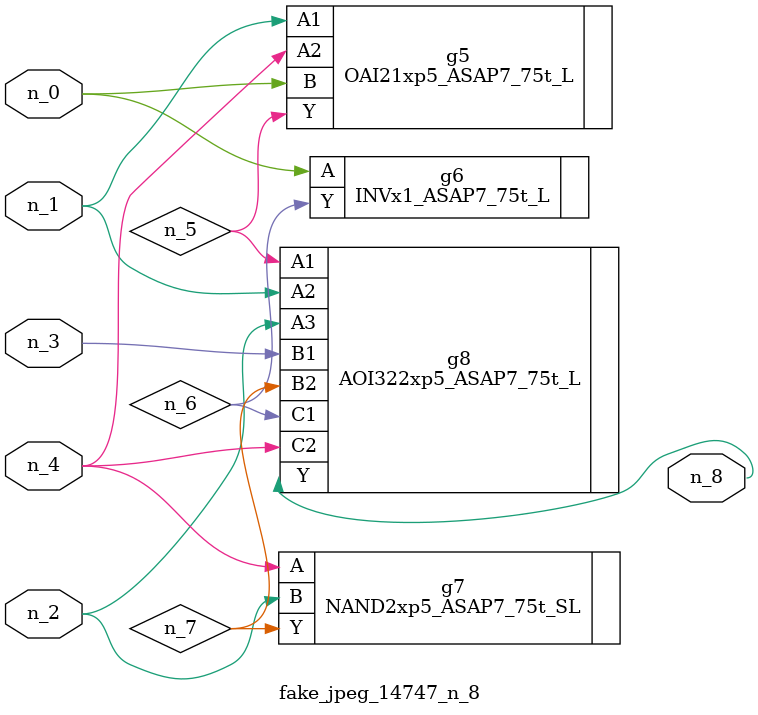
<source format=v>
module fake_jpeg_14747_n_8 (n_3, n_2, n_1, n_0, n_4, n_8);

input n_3;
input n_2;
input n_1;
input n_0;
input n_4;

output n_8;

wire n_6;
wire n_5;
wire n_7;

OAI21xp5_ASAP7_75t_L g5 ( 
.A1(n_1),
.A2(n_4),
.B(n_0),
.Y(n_5)
);

INVx1_ASAP7_75t_L g6 ( 
.A(n_0),
.Y(n_6)
);

NAND2xp5_ASAP7_75t_SL g7 ( 
.A(n_4),
.B(n_2),
.Y(n_7)
);

AOI322xp5_ASAP7_75t_L g8 ( 
.A1(n_5),
.A2(n_1),
.A3(n_2),
.B1(n_3),
.B2(n_7),
.C1(n_6),
.C2(n_4),
.Y(n_8)
);


endmodule
</source>
